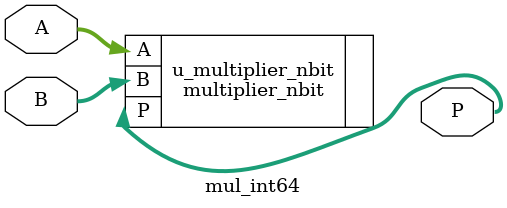
<source format=v>

module mul_int64 #(
    parameter WIDTH = 64,
    parameter IMPL_TYPE = 0
)(
    input  [WIDTH-1:0] A,  // Multiplicand
    input  [WIDTH-1:0] B,  // Multiplier
    output [WIDTH-1:0] P   // Lower WIDTH bits of the product
);

    // Instantiate the n-bit multiplier submodule
    multiplier_nbit #(
        .WIDTH(WIDTH),
        .IMPL_TYPE(IMPL_TYPE)
    ) u_multiplier_nbit (
        .A(A),
        .B(B),
        .P(P)
    );

endmodule

</source>
